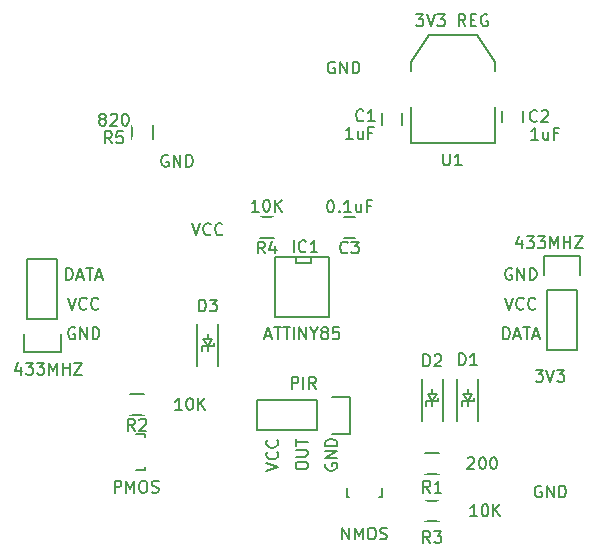
<source format=gto>
%TF.GenerationSoftware,KiCad,Pcbnew,4.0.1-stable*%
%TF.CreationDate,2016-03-28T18:18:17+01:00*%
%TF.ProjectId,rc_power_sockets,72635F706F7765725F736F636B657473,rev?*%
%TF.FileFunction,Legend,Top*%
%FSLAX46Y46*%
G04 Gerber Fmt 4.6, Leading zero omitted, Abs format (unit mm)*
G04 Created by KiCad (PCBNEW 4.0.1-stable) date 28/03/2016 18:18:17*
%MOMM*%
G01*
G04 APERTURE LIST*
%ADD10C,0.100000*%
%ADD11C,0.150000*%
%ADD12C,2.686000*%
%ADD13R,1.543000X0.908000*%
%ADD14R,4.057600X2.432000*%
%ADD15R,1.416000X2.432000*%
%ADD16C,6.800000*%
%ADD17R,1.200100X2.200860*%
%ADD18R,2.200860X1.200100*%
%ADD19R,2.127200X2.432000*%
%ADD20O,2.127200X2.432000*%
%ADD21R,2.432000X2.127200*%
%ADD22O,2.432000X2.127200*%
%ADD23R,1.650000X1.900000*%
%ADD24R,1.900000X1.650000*%
%ADD25R,1.900000X1.700000*%
%ADD26C,2.398980*%
%ADD27R,2.127200X2.127200*%
%ADD28O,2.127200X2.127200*%
%ADD29R,1.700000X1.900000*%
%ADD30R,1.620000X1.310000*%
%ADD31R,2.432000X2.432000*%
%ADD32O,2.432000X2.432000*%
%ADD33C,4.800000*%
G04 APERTURE END LIST*
D10*
D11*
X164761905Y-91052381D02*
X165380953Y-91052381D01*
X165047619Y-91433333D01*
X165190477Y-91433333D01*
X165285715Y-91480952D01*
X165333334Y-91528571D01*
X165380953Y-91623810D01*
X165380953Y-91861905D01*
X165333334Y-91957143D01*
X165285715Y-92004762D01*
X165190477Y-92052381D01*
X164904762Y-92052381D01*
X164809524Y-92004762D01*
X164761905Y-91957143D01*
X165666667Y-91052381D02*
X166000000Y-92052381D01*
X166333334Y-91052381D01*
X166571429Y-91052381D02*
X167190477Y-91052381D01*
X166857143Y-91433333D01*
X167000001Y-91433333D01*
X167095239Y-91480952D01*
X167142858Y-91528571D01*
X167190477Y-91623810D01*
X167190477Y-91861905D01*
X167142858Y-91957143D01*
X167095239Y-92004762D01*
X167000001Y-92052381D01*
X166714286Y-92052381D01*
X166619048Y-92004762D01*
X166571429Y-91957143D01*
X133638096Y-72900000D02*
X133542858Y-72852381D01*
X133400001Y-72852381D01*
X133257143Y-72900000D01*
X133161905Y-72995238D01*
X133114286Y-73090476D01*
X133066667Y-73280952D01*
X133066667Y-73423810D01*
X133114286Y-73614286D01*
X133161905Y-73709524D01*
X133257143Y-73804762D01*
X133400001Y-73852381D01*
X133495239Y-73852381D01*
X133638096Y-73804762D01*
X133685715Y-73757143D01*
X133685715Y-73423810D01*
X133495239Y-73423810D01*
X134114286Y-73852381D02*
X134114286Y-72852381D01*
X134685715Y-73852381D01*
X134685715Y-72852381D01*
X135161905Y-73852381D02*
X135161905Y-72852381D01*
X135400000Y-72852381D01*
X135542858Y-72900000D01*
X135638096Y-72995238D01*
X135685715Y-73090476D01*
X135733334Y-73280952D01*
X135733334Y-73423810D01*
X135685715Y-73614286D01*
X135638096Y-73709524D01*
X135542858Y-73804762D01*
X135400000Y-73852381D01*
X135161905Y-73852381D01*
X135666667Y-78652381D02*
X136000000Y-79652381D01*
X136333334Y-78652381D01*
X137238096Y-79557143D02*
X137190477Y-79604762D01*
X137047620Y-79652381D01*
X136952382Y-79652381D01*
X136809524Y-79604762D01*
X136714286Y-79509524D01*
X136666667Y-79414286D01*
X136619048Y-79223810D01*
X136619048Y-79080952D01*
X136666667Y-78890476D01*
X136714286Y-78795238D01*
X136809524Y-78700000D01*
X136952382Y-78652381D01*
X137047620Y-78652381D01*
X137190477Y-78700000D01*
X137238096Y-78747619D01*
X138238096Y-79557143D02*
X138190477Y-79604762D01*
X138047620Y-79652381D01*
X137952382Y-79652381D01*
X137809524Y-79604762D01*
X137714286Y-79509524D01*
X137666667Y-79414286D01*
X137619048Y-79223810D01*
X137619048Y-79080952D01*
X137666667Y-78890476D01*
X137714286Y-78795238D01*
X137809524Y-78700000D01*
X137952382Y-78652381D01*
X138047620Y-78652381D01*
X138190477Y-78700000D01*
X138238096Y-78747619D01*
X165238096Y-100900000D02*
X165142858Y-100852381D01*
X165000001Y-100852381D01*
X164857143Y-100900000D01*
X164761905Y-100995238D01*
X164714286Y-101090476D01*
X164666667Y-101280952D01*
X164666667Y-101423810D01*
X164714286Y-101614286D01*
X164761905Y-101709524D01*
X164857143Y-101804762D01*
X165000001Y-101852381D01*
X165095239Y-101852381D01*
X165238096Y-101804762D01*
X165285715Y-101757143D01*
X165285715Y-101423810D01*
X165095239Y-101423810D01*
X165714286Y-101852381D02*
X165714286Y-100852381D01*
X166285715Y-101852381D01*
X166285715Y-100852381D01*
X166761905Y-101852381D02*
X166761905Y-100852381D01*
X167000000Y-100852381D01*
X167142858Y-100900000D01*
X167238096Y-100995238D01*
X167285715Y-101090476D01*
X167333334Y-101280952D01*
X167333334Y-101423810D01*
X167285715Y-101614286D01*
X167238096Y-101709524D01*
X167142858Y-101804762D01*
X167000000Y-101852381D01*
X166761905Y-101852381D01*
X154628571Y-60952381D02*
X155247619Y-60952381D01*
X154914285Y-61333333D01*
X155057143Y-61333333D01*
X155152381Y-61380952D01*
X155200000Y-61428571D01*
X155247619Y-61523810D01*
X155247619Y-61761905D01*
X155200000Y-61857143D01*
X155152381Y-61904762D01*
X155057143Y-61952381D01*
X154771428Y-61952381D01*
X154676190Y-61904762D01*
X154628571Y-61857143D01*
X155533333Y-60952381D02*
X155866666Y-61952381D01*
X156200000Y-60952381D01*
X156438095Y-60952381D02*
X157057143Y-60952381D01*
X156723809Y-61333333D01*
X156866667Y-61333333D01*
X156961905Y-61380952D01*
X157009524Y-61428571D01*
X157057143Y-61523810D01*
X157057143Y-61761905D01*
X157009524Y-61857143D01*
X156961905Y-61904762D01*
X156866667Y-61952381D01*
X156580952Y-61952381D01*
X156485714Y-61904762D01*
X156438095Y-61857143D01*
X158819048Y-61952381D02*
X158485714Y-61476190D01*
X158247619Y-61952381D02*
X158247619Y-60952381D01*
X158628572Y-60952381D01*
X158723810Y-61000000D01*
X158771429Y-61047619D01*
X158819048Y-61142857D01*
X158819048Y-61285714D01*
X158771429Y-61380952D01*
X158723810Y-61428571D01*
X158628572Y-61476190D01*
X158247619Y-61476190D01*
X159247619Y-61428571D02*
X159580953Y-61428571D01*
X159723810Y-61952381D02*
X159247619Y-61952381D01*
X159247619Y-60952381D01*
X159723810Y-60952381D01*
X160676191Y-61000000D02*
X160580953Y-60952381D01*
X160438096Y-60952381D01*
X160295238Y-61000000D01*
X160200000Y-61095238D01*
X160152381Y-61190476D01*
X160104762Y-61380952D01*
X160104762Y-61523810D01*
X160152381Y-61714286D01*
X160200000Y-61809524D01*
X160295238Y-61904762D01*
X160438096Y-61952381D01*
X160533334Y-61952381D01*
X160676191Y-61904762D01*
X160723810Y-61857143D01*
X160723810Y-61523810D01*
X160533334Y-61523810D01*
X147738096Y-65000000D02*
X147642858Y-64952381D01*
X147500001Y-64952381D01*
X147357143Y-65000000D01*
X147261905Y-65095238D01*
X147214286Y-65190476D01*
X147166667Y-65380952D01*
X147166667Y-65523810D01*
X147214286Y-65714286D01*
X147261905Y-65809524D01*
X147357143Y-65904762D01*
X147500001Y-65952381D01*
X147595239Y-65952381D01*
X147738096Y-65904762D01*
X147785715Y-65857143D01*
X147785715Y-65523810D01*
X147595239Y-65523810D01*
X148214286Y-65952381D02*
X148214286Y-64952381D01*
X148785715Y-65952381D01*
X148785715Y-64952381D01*
X149261905Y-65952381D02*
X149261905Y-64952381D01*
X149500000Y-64952381D01*
X149642858Y-65000000D01*
X149738096Y-65095238D01*
X149785715Y-65190476D01*
X149833334Y-65380952D01*
X149833334Y-65523810D01*
X149785715Y-65714286D01*
X149738096Y-65809524D01*
X149642858Y-65904762D01*
X149500000Y-65952381D01*
X149261905Y-65952381D01*
X162738096Y-82500000D02*
X162642858Y-82452381D01*
X162500001Y-82452381D01*
X162357143Y-82500000D01*
X162261905Y-82595238D01*
X162214286Y-82690476D01*
X162166667Y-82880952D01*
X162166667Y-83023810D01*
X162214286Y-83214286D01*
X162261905Y-83309524D01*
X162357143Y-83404762D01*
X162500001Y-83452381D01*
X162595239Y-83452381D01*
X162738096Y-83404762D01*
X162785715Y-83357143D01*
X162785715Y-83023810D01*
X162595239Y-83023810D01*
X163214286Y-83452381D02*
X163214286Y-82452381D01*
X163785715Y-83452381D01*
X163785715Y-82452381D01*
X164261905Y-83452381D02*
X164261905Y-82452381D01*
X164500000Y-82452381D01*
X164642858Y-82500000D01*
X164738096Y-82595238D01*
X164785715Y-82690476D01*
X164833334Y-82880952D01*
X164833334Y-83023810D01*
X164785715Y-83214286D01*
X164738096Y-83309524D01*
X164642858Y-83404762D01*
X164500000Y-83452381D01*
X164261905Y-83452381D01*
X162166667Y-84952381D02*
X162500000Y-85952381D01*
X162833334Y-84952381D01*
X163738096Y-85857143D02*
X163690477Y-85904762D01*
X163547620Y-85952381D01*
X163452382Y-85952381D01*
X163309524Y-85904762D01*
X163214286Y-85809524D01*
X163166667Y-85714286D01*
X163119048Y-85523810D01*
X163119048Y-85380952D01*
X163166667Y-85190476D01*
X163214286Y-85095238D01*
X163309524Y-85000000D01*
X163452382Y-84952381D01*
X163547620Y-84952381D01*
X163690477Y-85000000D01*
X163738096Y-85047619D01*
X164738096Y-85857143D02*
X164690477Y-85904762D01*
X164547620Y-85952381D01*
X164452382Y-85952381D01*
X164309524Y-85904762D01*
X164214286Y-85809524D01*
X164166667Y-85714286D01*
X164119048Y-85523810D01*
X164119048Y-85380952D01*
X164166667Y-85190476D01*
X164214286Y-85095238D01*
X164309524Y-85000000D01*
X164452382Y-84952381D01*
X164547620Y-84952381D01*
X164690477Y-85000000D01*
X164738096Y-85047619D01*
X162000000Y-88452381D02*
X162000000Y-87452381D01*
X162238095Y-87452381D01*
X162380953Y-87500000D01*
X162476191Y-87595238D01*
X162523810Y-87690476D01*
X162571429Y-87880952D01*
X162571429Y-88023810D01*
X162523810Y-88214286D01*
X162476191Y-88309524D01*
X162380953Y-88404762D01*
X162238095Y-88452381D01*
X162000000Y-88452381D01*
X162952381Y-88166667D02*
X163428572Y-88166667D01*
X162857143Y-88452381D02*
X163190476Y-87452381D01*
X163523810Y-88452381D01*
X163714286Y-87452381D02*
X164285715Y-87452381D01*
X164000000Y-88452381D02*
X164000000Y-87452381D01*
X164571429Y-88166667D02*
X165047620Y-88166667D01*
X164476191Y-88452381D02*
X164809524Y-87452381D01*
X165142858Y-88452381D01*
X125000000Y-83452381D02*
X125000000Y-82452381D01*
X125238095Y-82452381D01*
X125380953Y-82500000D01*
X125476191Y-82595238D01*
X125523810Y-82690476D01*
X125571429Y-82880952D01*
X125571429Y-83023810D01*
X125523810Y-83214286D01*
X125476191Y-83309524D01*
X125380953Y-83404762D01*
X125238095Y-83452381D01*
X125000000Y-83452381D01*
X125952381Y-83166667D02*
X126428572Y-83166667D01*
X125857143Y-83452381D02*
X126190476Y-82452381D01*
X126523810Y-83452381D01*
X126714286Y-82452381D02*
X127285715Y-82452381D01*
X127000000Y-83452381D02*
X127000000Y-82452381D01*
X127571429Y-83166667D02*
X128047620Y-83166667D01*
X127476191Y-83452381D02*
X127809524Y-82452381D01*
X128142858Y-83452381D01*
X125738096Y-87500000D02*
X125642858Y-87452381D01*
X125500001Y-87452381D01*
X125357143Y-87500000D01*
X125261905Y-87595238D01*
X125214286Y-87690476D01*
X125166667Y-87880952D01*
X125166667Y-88023810D01*
X125214286Y-88214286D01*
X125261905Y-88309524D01*
X125357143Y-88404762D01*
X125500001Y-88452381D01*
X125595239Y-88452381D01*
X125738096Y-88404762D01*
X125785715Y-88357143D01*
X125785715Y-88023810D01*
X125595239Y-88023810D01*
X126214286Y-88452381D02*
X126214286Y-87452381D01*
X126785715Y-88452381D01*
X126785715Y-87452381D01*
X127261905Y-88452381D02*
X127261905Y-87452381D01*
X127500000Y-87452381D01*
X127642858Y-87500000D01*
X127738096Y-87595238D01*
X127785715Y-87690476D01*
X127833334Y-87880952D01*
X127833334Y-88023810D01*
X127785715Y-88214286D01*
X127738096Y-88309524D01*
X127642858Y-88404762D01*
X127500000Y-88452381D01*
X127261905Y-88452381D01*
X125166667Y-84952381D02*
X125500000Y-85952381D01*
X125833334Y-84952381D01*
X126738096Y-85857143D02*
X126690477Y-85904762D01*
X126547620Y-85952381D01*
X126452382Y-85952381D01*
X126309524Y-85904762D01*
X126214286Y-85809524D01*
X126166667Y-85714286D01*
X126119048Y-85523810D01*
X126119048Y-85380952D01*
X126166667Y-85190476D01*
X126214286Y-85095238D01*
X126309524Y-85000000D01*
X126452382Y-84952381D01*
X126547620Y-84952381D01*
X126690477Y-85000000D01*
X126738096Y-85047619D01*
X127738096Y-85857143D02*
X127690477Y-85904762D01*
X127547620Y-85952381D01*
X127452382Y-85952381D01*
X127309524Y-85904762D01*
X127214286Y-85809524D01*
X127166667Y-85714286D01*
X127119048Y-85523810D01*
X127119048Y-85380952D01*
X127166667Y-85190476D01*
X127214286Y-85095238D01*
X127309524Y-85000000D01*
X127452382Y-84952381D01*
X127547620Y-84952381D01*
X127690477Y-85000000D01*
X127738096Y-85047619D01*
X141952381Y-99583333D02*
X142952381Y-99250000D01*
X141952381Y-98916666D01*
X142857143Y-98011904D02*
X142904762Y-98059523D01*
X142952381Y-98202380D01*
X142952381Y-98297618D01*
X142904762Y-98440476D01*
X142809524Y-98535714D01*
X142714286Y-98583333D01*
X142523810Y-98630952D01*
X142380952Y-98630952D01*
X142190476Y-98583333D01*
X142095238Y-98535714D01*
X142000000Y-98440476D01*
X141952381Y-98297618D01*
X141952381Y-98202380D01*
X142000000Y-98059523D01*
X142047619Y-98011904D01*
X142857143Y-97011904D02*
X142904762Y-97059523D01*
X142952381Y-97202380D01*
X142952381Y-97297618D01*
X142904762Y-97440476D01*
X142809524Y-97535714D01*
X142714286Y-97583333D01*
X142523810Y-97630952D01*
X142380952Y-97630952D01*
X142190476Y-97583333D01*
X142095238Y-97535714D01*
X142000000Y-97440476D01*
X141952381Y-97297618D01*
X141952381Y-97202380D01*
X142000000Y-97059523D01*
X142047619Y-97011904D01*
X144452381Y-99250000D02*
X144452381Y-99059523D01*
X144500000Y-98964285D01*
X144595238Y-98869047D01*
X144785714Y-98821428D01*
X145119048Y-98821428D01*
X145309524Y-98869047D01*
X145404762Y-98964285D01*
X145452381Y-99059523D01*
X145452381Y-99250000D01*
X145404762Y-99345238D01*
X145309524Y-99440476D01*
X145119048Y-99488095D01*
X144785714Y-99488095D01*
X144595238Y-99440476D01*
X144500000Y-99345238D01*
X144452381Y-99250000D01*
X144452381Y-98392857D02*
X145261905Y-98392857D01*
X145357143Y-98345238D01*
X145404762Y-98297619D01*
X145452381Y-98202381D01*
X145452381Y-98011904D01*
X145404762Y-97916666D01*
X145357143Y-97869047D01*
X145261905Y-97821428D01*
X144452381Y-97821428D01*
X144452381Y-97488095D02*
X144452381Y-96916666D01*
X145452381Y-97202381D02*
X144452381Y-97202381D01*
X147000000Y-99011904D02*
X146952381Y-99107142D01*
X146952381Y-99249999D01*
X147000000Y-99392857D01*
X147095238Y-99488095D01*
X147190476Y-99535714D01*
X147380952Y-99583333D01*
X147523810Y-99583333D01*
X147714286Y-99535714D01*
X147809524Y-99488095D01*
X147904762Y-99392857D01*
X147952381Y-99249999D01*
X147952381Y-99154761D01*
X147904762Y-99011904D01*
X147857143Y-98964285D01*
X147523810Y-98964285D01*
X147523810Y-99154761D01*
X147952381Y-98535714D02*
X146952381Y-98535714D01*
X147952381Y-97964285D01*
X146952381Y-97964285D01*
X147952381Y-97488095D02*
X146952381Y-97488095D01*
X146952381Y-97250000D01*
X147000000Y-97107142D01*
X147095238Y-97011904D01*
X147190476Y-96964285D01*
X147380952Y-96916666D01*
X147523810Y-96916666D01*
X147714286Y-96964285D01*
X147809524Y-97011904D01*
X147904762Y-97107142D01*
X147952381Y-97250000D01*
X147952381Y-97488095D01*
X147286000Y-81460000D02*
X147286000Y-86540000D01*
X147286000Y-86540000D02*
X142714000Y-86540000D01*
X142714000Y-86540000D02*
X142714000Y-81460000D01*
X142714000Y-81460000D02*
X147286000Y-81460000D01*
X145762000Y-81460000D02*
X145762000Y-81968000D01*
X145762000Y-81968000D02*
X144492000Y-81968000D01*
X144492000Y-81968000D02*
X144492000Y-81460000D01*
X154194000Y-68774000D02*
X154194000Y-71822000D01*
X154194000Y-71822000D02*
X161306000Y-71822000D01*
X161306000Y-71822000D02*
X161306000Y-68774000D01*
X154194000Y-65726000D02*
X154194000Y-64964000D01*
X154194000Y-64964000D02*
X155718000Y-62678000D01*
X155718000Y-62678000D02*
X159782000Y-62678000D01*
X159782000Y-62678000D02*
X161306000Y-64964000D01*
X161306000Y-64964000D02*
X161306000Y-65726000D01*
X151751820Y-101095200D02*
X151751820Y-101796240D01*
X151751820Y-101796240D02*
X151502900Y-101796240D01*
X148952840Y-101796240D02*
X148752180Y-101796240D01*
X148752180Y-101796240D02*
X148752180Y-101095200D01*
X130949200Y-96500180D02*
X131650240Y-96500180D01*
X131650240Y-96500180D02*
X131650240Y-96749100D01*
X131650240Y-99299160D02*
X131650240Y-99499820D01*
X131650240Y-99499820D02*
X130949200Y-99499820D01*
X147500000Y-96450000D02*
X149050000Y-96450000D01*
X149050000Y-96450000D02*
X149050000Y-93350000D01*
X149050000Y-93350000D02*
X147500000Y-93350000D01*
X146230000Y-96170000D02*
X141150000Y-96170000D01*
X141150000Y-96170000D02*
X141150000Y-93630000D01*
X141150000Y-93630000D02*
X146230000Y-93630000D01*
X146230000Y-93630000D02*
X146230000Y-96170000D01*
X121450000Y-88000000D02*
X121450000Y-89550000D01*
X121450000Y-89550000D02*
X124550000Y-89550000D01*
X124550000Y-89550000D02*
X124550000Y-88000000D01*
X121730000Y-86730000D02*
X121730000Y-81650000D01*
X121730000Y-81650000D02*
X124270000Y-81650000D01*
X124270000Y-81650000D02*
X124270000Y-86730000D01*
X124270000Y-86730000D02*
X121730000Y-86730000D01*
X151750000Y-69300000D02*
X151750000Y-70300000D01*
X153450000Y-70300000D02*
X153450000Y-69300000D01*
X161950000Y-69100000D02*
X161950000Y-70100000D01*
X163650000Y-70100000D02*
X163650000Y-69100000D01*
X149500000Y-78150000D02*
X148500000Y-78150000D01*
X148500000Y-79850000D02*
X149500000Y-79850000D01*
X156600000Y-99875000D02*
X155400000Y-99875000D01*
X155400000Y-98125000D02*
X156600000Y-98125000D01*
X130400000Y-93125000D02*
X131600000Y-93125000D01*
X131600000Y-94875000D02*
X130400000Y-94875000D01*
X156600000Y-103875000D02*
X155400000Y-103875000D01*
X155400000Y-102125000D02*
X156600000Y-102125000D01*
X142600000Y-79875000D02*
X141400000Y-79875000D01*
X141400000Y-78125000D02*
X142600000Y-78125000D01*
X168550000Y-83000000D02*
X168550000Y-81450000D01*
X168550000Y-81450000D02*
X165450000Y-81450000D01*
X165450000Y-81450000D02*
X165450000Y-83000000D01*
X168270000Y-84270000D02*
X168270000Y-89350000D01*
X168270000Y-89350000D02*
X165730000Y-89350000D01*
X165730000Y-89350000D02*
X165730000Y-84270000D01*
X165730000Y-84270000D02*
X168270000Y-84270000D01*
X130581000Y-71520000D02*
X130581000Y-70320000D01*
X132331000Y-70320000D02*
X132331000Y-71520000D01*
X158500000Y-93700000D02*
X158500000Y-94100000D01*
X159500000Y-93700000D02*
X159500000Y-93400000D01*
X159000000Y-93082500D02*
X159000000Y-92701500D01*
X159000000Y-94098500D02*
X159000000Y-93717500D01*
X159000000Y-93717500D02*
X158619000Y-93082500D01*
X158619000Y-93082500D02*
X159381000Y-93082500D01*
X159381000Y-93082500D02*
X159000000Y-93717500D01*
X158492000Y-93717500D02*
X159508000Y-93717500D01*
X159900000Y-95400000D02*
X159900000Y-91860000D01*
X158100000Y-95400000D02*
X158100000Y-91860000D01*
X155500000Y-93700000D02*
X155500000Y-94100000D01*
X156500000Y-93700000D02*
X156500000Y-93400000D01*
X156000000Y-93082500D02*
X156000000Y-92701500D01*
X156000000Y-94098500D02*
X156000000Y-93717500D01*
X156000000Y-93717500D02*
X155619000Y-93082500D01*
X155619000Y-93082500D02*
X156381000Y-93082500D01*
X156381000Y-93082500D02*
X156000000Y-93717500D01*
X155492000Y-93717500D02*
X156508000Y-93717500D01*
X156900000Y-95400000D02*
X156900000Y-91860000D01*
X155100000Y-95400000D02*
X155100000Y-91860000D01*
X136500000Y-89050000D02*
X136500000Y-89450000D01*
X137500000Y-89050000D02*
X137500000Y-88750000D01*
X137000000Y-88432500D02*
X137000000Y-88051500D01*
X137000000Y-89448500D02*
X137000000Y-89067500D01*
X137000000Y-89067500D02*
X136619000Y-88432500D01*
X136619000Y-88432500D02*
X137381000Y-88432500D01*
X137381000Y-88432500D02*
X137000000Y-89067500D01*
X136492000Y-89067500D02*
X137508000Y-89067500D01*
X137900000Y-90750000D02*
X137900000Y-87210000D01*
X136100000Y-90750000D02*
X136100000Y-87210000D01*
X144273810Y-81102381D02*
X144273810Y-80102381D01*
X145321429Y-81007143D02*
X145273810Y-81054762D01*
X145130953Y-81102381D01*
X145035715Y-81102381D01*
X144892857Y-81054762D01*
X144797619Y-80959524D01*
X144750000Y-80864286D01*
X144702381Y-80673810D01*
X144702381Y-80530952D01*
X144750000Y-80340476D01*
X144797619Y-80245238D01*
X144892857Y-80150000D01*
X145035715Y-80102381D01*
X145130953Y-80102381D01*
X145273810Y-80150000D01*
X145321429Y-80197619D01*
X146273810Y-81102381D02*
X145702381Y-81102381D01*
X145988095Y-81102381D02*
X145988095Y-80102381D01*
X145892857Y-80245238D01*
X145797619Y-80340476D01*
X145702381Y-80388095D01*
X141857143Y-88166667D02*
X142333334Y-88166667D01*
X141761905Y-88452381D02*
X142095238Y-87452381D01*
X142428572Y-88452381D01*
X142619048Y-87452381D02*
X143190477Y-87452381D01*
X142904762Y-88452381D02*
X142904762Y-87452381D01*
X143380953Y-87452381D02*
X143952382Y-87452381D01*
X143666667Y-88452381D02*
X143666667Y-87452381D01*
X144285715Y-88452381D02*
X144285715Y-87452381D01*
X144761905Y-88452381D02*
X144761905Y-87452381D01*
X145333334Y-88452381D01*
X145333334Y-87452381D01*
X146000000Y-87976190D02*
X146000000Y-88452381D01*
X145666667Y-87452381D02*
X146000000Y-87976190D01*
X146333334Y-87452381D01*
X146809524Y-87880952D02*
X146714286Y-87833333D01*
X146666667Y-87785714D01*
X146619048Y-87690476D01*
X146619048Y-87642857D01*
X146666667Y-87547619D01*
X146714286Y-87500000D01*
X146809524Y-87452381D01*
X147000001Y-87452381D01*
X147095239Y-87500000D01*
X147142858Y-87547619D01*
X147190477Y-87642857D01*
X147190477Y-87690476D01*
X147142858Y-87785714D01*
X147095239Y-87833333D01*
X147000001Y-87880952D01*
X146809524Y-87880952D01*
X146714286Y-87928571D01*
X146666667Y-87976190D01*
X146619048Y-88071429D01*
X146619048Y-88261905D01*
X146666667Y-88357143D01*
X146714286Y-88404762D01*
X146809524Y-88452381D01*
X147000001Y-88452381D01*
X147095239Y-88404762D01*
X147142858Y-88357143D01*
X147190477Y-88261905D01*
X147190477Y-88071429D01*
X147142858Y-87976190D01*
X147095239Y-87928571D01*
X147000001Y-87880952D01*
X148095239Y-87452381D02*
X147619048Y-87452381D01*
X147571429Y-87928571D01*
X147619048Y-87880952D01*
X147714286Y-87833333D01*
X147952382Y-87833333D01*
X148047620Y-87880952D01*
X148095239Y-87928571D01*
X148142858Y-88023810D01*
X148142858Y-88261905D01*
X148095239Y-88357143D01*
X148047620Y-88404762D01*
X147952382Y-88452381D01*
X147714286Y-88452381D01*
X147619048Y-88404762D01*
X147571429Y-88357143D01*
X156938095Y-72752381D02*
X156938095Y-73561905D01*
X156985714Y-73657143D01*
X157033333Y-73704762D01*
X157128571Y-73752381D01*
X157319048Y-73752381D01*
X157414286Y-73704762D01*
X157461905Y-73657143D01*
X157509524Y-73561905D01*
X157509524Y-72752381D01*
X158509524Y-73752381D02*
X157938095Y-73752381D01*
X158223809Y-73752381D02*
X158223809Y-72752381D01*
X158128571Y-72895238D01*
X158033333Y-72990476D01*
X157938095Y-73038095D01*
X148394857Y-105408381D02*
X148394857Y-104408381D01*
X148966286Y-105408381D01*
X148966286Y-104408381D01*
X149442476Y-105408381D02*
X149442476Y-104408381D01*
X149775810Y-105122667D01*
X150109143Y-104408381D01*
X150109143Y-105408381D01*
X150775809Y-104408381D02*
X150966286Y-104408381D01*
X151061524Y-104456000D01*
X151156762Y-104551238D01*
X151204381Y-104741714D01*
X151204381Y-105075048D01*
X151156762Y-105265524D01*
X151061524Y-105360762D01*
X150966286Y-105408381D01*
X150775809Y-105408381D01*
X150680571Y-105360762D01*
X150585333Y-105265524D01*
X150537714Y-105075048D01*
X150537714Y-104741714D01*
X150585333Y-104551238D01*
X150680571Y-104456000D01*
X150775809Y-104408381D01*
X151585333Y-105360762D02*
X151728190Y-105408381D01*
X151966286Y-105408381D01*
X152061524Y-105360762D01*
X152109143Y-105313143D01*
X152156762Y-105217905D01*
X152156762Y-105122667D01*
X152109143Y-105027429D01*
X152061524Y-104979810D01*
X151966286Y-104932190D01*
X151775809Y-104884571D01*
X151680571Y-104836952D01*
X151632952Y-104789333D01*
X151585333Y-104694095D01*
X151585333Y-104598857D01*
X151632952Y-104503619D01*
X151680571Y-104456000D01*
X151775809Y-104408381D01*
X152013905Y-104408381D01*
X152156762Y-104456000D01*
X129116667Y-101452381D02*
X129116667Y-100452381D01*
X129497620Y-100452381D01*
X129592858Y-100500000D01*
X129640477Y-100547619D01*
X129688096Y-100642857D01*
X129688096Y-100785714D01*
X129640477Y-100880952D01*
X129592858Y-100928571D01*
X129497620Y-100976190D01*
X129116667Y-100976190D01*
X130116667Y-101452381D02*
X130116667Y-100452381D01*
X130450001Y-101166667D01*
X130783334Y-100452381D01*
X130783334Y-101452381D01*
X131450000Y-100452381D02*
X131640477Y-100452381D01*
X131735715Y-100500000D01*
X131830953Y-100595238D01*
X131878572Y-100785714D01*
X131878572Y-101119048D01*
X131830953Y-101309524D01*
X131735715Y-101404762D01*
X131640477Y-101452381D01*
X131450000Y-101452381D01*
X131354762Y-101404762D01*
X131259524Y-101309524D01*
X131211905Y-101119048D01*
X131211905Y-100785714D01*
X131259524Y-100595238D01*
X131354762Y-100500000D01*
X131450000Y-100452381D01*
X132259524Y-101404762D02*
X132402381Y-101452381D01*
X132640477Y-101452381D01*
X132735715Y-101404762D01*
X132783334Y-101357143D01*
X132830953Y-101261905D01*
X132830953Y-101166667D01*
X132783334Y-101071429D01*
X132735715Y-101023810D01*
X132640477Y-100976190D01*
X132450000Y-100928571D01*
X132354762Y-100880952D01*
X132307143Y-100833333D01*
X132259524Y-100738095D01*
X132259524Y-100642857D01*
X132307143Y-100547619D01*
X132354762Y-100500000D01*
X132450000Y-100452381D01*
X132688096Y-100452381D01*
X132830953Y-100500000D01*
X144100000Y-92652381D02*
X144100000Y-91652381D01*
X144480953Y-91652381D01*
X144576191Y-91700000D01*
X144623810Y-91747619D01*
X144671429Y-91842857D01*
X144671429Y-91985714D01*
X144623810Y-92080952D01*
X144576191Y-92128571D01*
X144480953Y-92176190D01*
X144100000Y-92176190D01*
X145100000Y-92652381D02*
X145100000Y-91652381D01*
X146147619Y-92652381D02*
X145814285Y-92176190D01*
X145576190Y-92652381D02*
X145576190Y-91652381D01*
X145957143Y-91652381D01*
X146052381Y-91700000D01*
X146100000Y-91747619D01*
X146147619Y-91842857D01*
X146147619Y-91985714D01*
X146100000Y-92080952D01*
X146052381Y-92128571D01*
X145957143Y-92176190D01*
X145576190Y-92176190D01*
X121166667Y-90785714D02*
X121166667Y-91452381D01*
X120928571Y-90404762D02*
X120690476Y-91119048D01*
X121309524Y-91119048D01*
X121595238Y-90452381D02*
X122214286Y-90452381D01*
X121880952Y-90833333D01*
X122023810Y-90833333D01*
X122119048Y-90880952D01*
X122166667Y-90928571D01*
X122214286Y-91023810D01*
X122214286Y-91261905D01*
X122166667Y-91357143D01*
X122119048Y-91404762D01*
X122023810Y-91452381D01*
X121738095Y-91452381D01*
X121642857Y-91404762D01*
X121595238Y-91357143D01*
X122547619Y-90452381D02*
X123166667Y-90452381D01*
X122833333Y-90833333D01*
X122976191Y-90833333D01*
X123071429Y-90880952D01*
X123119048Y-90928571D01*
X123166667Y-91023810D01*
X123166667Y-91261905D01*
X123119048Y-91357143D01*
X123071429Y-91404762D01*
X122976191Y-91452381D01*
X122690476Y-91452381D01*
X122595238Y-91404762D01*
X122547619Y-91357143D01*
X123595238Y-91452381D02*
X123595238Y-90452381D01*
X123928572Y-91166667D01*
X124261905Y-90452381D01*
X124261905Y-91452381D01*
X124738095Y-91452381D02*
X124738095Y-90452381D01*
X124738095Y-90928571D02*
X125309524Y-90928571D01*
X125309524Y-91452381D02*
X125309524Y-90452381D01*
X125690476Y-90452381D02*
X126357143Y-90452381D01*
X125690476Y-91452381D01*
X126357143Y-91452381D01*
X150183334Y-69907143D02*
X150135715Y-69954762D01*
X149992858Y-70002381D01*
X149897620Y-70002381D01*
X149754762Y-69954762D01*
X149659524Y-69859524D01*
X149611905Y-69764286D01*
X149564286Y-69573810D01*
X149564286Y-69430952D01*
X149611905Y-69240476D01*
X149659524Y-69145238D01*
X149754762Y-69050000D01*
X149897620Y-69002381D01*
X149992858Y-69002381D01*
X150135715Y-69050000D01*
X150183334Y-69097619D01*
X151135715Y-70002381D02*
X150564286Y-70002381D01*
X150850000Y-70002381D02*
X150850000Y-69002381D01*
X150754762Y-69145238D01*
X150659524Y-69240476D01*
X150564286Y-69288095D01*
X149254762Y-71502381D02*
X148683333Y-71502381D01*
X148969047Y-71502381D02*
X148969047Y-70502381D01*
X148873809Y-70645238D01*
X148778571Y-70740476D01*
X148683333Y-70788095D01*
X150111905Y-70835714D02*
X150111905Y-71502381D01*
X149683333Y-70835714D02*
X149683333Y-71359524D01*
X149730952Y-71454762D01*
X149826190Y-71502381D01*
X149969048Y-71502381D01*
X150064286Y-71454762D01*
X150111905Y-71407143D01*
X150921429Y-70978571D02*
X150588095Y-70978571D01*
X150588095Y-71502381D02*
X150588095Y-70502381D01*
X151064286Y-70502381D01*
X164883334Y-69957143D02*
X164835715Y-70004762D01*
X164692858Y-70052381D01*
X164597620Y-70052381D01*
X164454762Y-70004762D01*
X164359524Y-69909524D01*
X164311905Y-69814286D01*
X164264286Y-69623810D01*
X164264286Y-69480952D01*
X164311905Y-69290476D01*
X164359524Y-69195238D01*
X164454762Y-69100000D01*
X164597620Y-69052381D01*
X164692858Y-69052381D01*
X164835715Y-69100000D01*
X164883334Y-69147619D01*
X165264286Y-69147619D02*
X165311905Y-69100000D01*
X165407143Y-69052381D01*
X165645239Y-69052381D01*
X165740477Y-69100000D01*
X165788096Y-69147619D01*
X165835715Y-69242857D01*
X165835715Y-69338095D01*
X165788096Y-69480952D01*
X165216667Y-70052381D01*
X165835715Y-70052381D01*
X164954762Y-71552381D02*
X164383333Y-71552381D01*
X164669047Y-71552381D02*
X164669047Y-70552381D01*
X164573809Y-70695238D01*
X164478571Y-70790476D01*
X164383333Y-70838095D01*
X165811905Y-70885714D02*
X165811905Y-71552381D01*
X165383333Y-70885714D02*
X165383333Y-71409524D01*
X165430952Y-71504762D01*
X165526190Y-71552381D01*
X165669048Y-71552381D01*
X165764286Y-71504762D01*
X165811905Y-71457143D01*
X166621429Y-71028571D02*
X166288095Y-71028571D01*
X166288095Y-71552381D02*
X166288095Y-70552381D01*
X166764286Y-70552381D01*
X148833334Y-81107143D02*
X148785715Y-81154762D01*
X148642858Y-81202381D01*
X148547620Y-81202381D01*
X148404762Y-81154762D01*
X148309524Y-81059524D01*
X148261905Y-80964286D01*
X148214286Y-80773810D01*
X148214286Y-80630952D01*
X148261905Y-80440476D01*
X148309524Y-80345238D01*
X148404762Y-80250000D01*
X148547620Y-80202381D01*
X148642858Y-80202381D01*
X148785715Y-80250000D01*
X148833334Y-80297619D01*
X149166667Y-80202381D02*
X149785715Y-80202381D01*
X149452381Y-80583333D01*
X149595239Y-80583333D01*
X149690477Y-80630952D01*
X149738096Y-80678571D01*
X149785715Y-80773810D01*
X149785715Y-81011905D01*
X149738096Y-81107143D01*
X149690477Y-81154762D01*
X149595239Y-81202381D01*
X149309524Y-81202381D01*
X149214286Y-81154762D01*
X149166667Y-81107143D01*
X147357143Y-76702381D02*
X147452382Y-76702381D01*
X147547620Y-76750000D01*
X147595239Y-76797619D01*
X147642858Y-76892857D01*
X147690477Y-77083333D01*
X147690477Y-77321429D01*
X147642858Y-77511905D01*
X147595239Y-77607143D01*
X147547620Y-77654762D01*
X147452382Y-77702381D01*
X147357143Y-77702381D01*
X147261905Y-77654762D01*
X147214286Y-77607143D01*
X147166667Y-77511905D01*
X147119048Y-77321429D01*
X147119048Y-77083333D01*
X147166667Y-76892857D01*
X147214286Y-76797619D01*
X147261905Y-76750000D01*
X147357143Y-76702381D01*
X148119048Y-77607143D02*
X148166667Y-77654762D01*
X148119048Y-77702381D01*
X148071429Y-77654762D01*
X148119048Y-77607143D01*
X148119048Y-77702381D01*
X149119048Y-77702381D02*
X148547619Y-77702381D01*
X148833333Y-77702381D02*
X148833333Y-76702381D01*
X148738095Y-76845238D01*
X148642857Y-76940476D01*
X148547619Y-76988095D01*
X149976191Y-77035714D02*
X149976191Y-77702381D01*
X149547619Y-77035714D02*
X149547619Y-77559524D01*
X149595238Y-77654762D01*
X149690476Y-77702381D01*
X149833334Y-77702381D01*
X149928572Y-77654762D01*
X149976191Y-77607143D01*
X150785715Y-77178571D02*
X150452381Y-77178571D01*
X150452381Y-77702381D02*
X150452381Y-76702381D01*
X150928572Y-76702381D01*
X155833334Y-101452381D02*
X155500000Y-100976190D01*
X155261905Y-101452381D02*
X155261905Y-100452381D01*
X155642858Y-100452381D01*
X155738096Y-100500000D01*
X155785715Y-100547619D01*
X155833334Y-100642857D01*
X155833334Y-100785714D01*
X155785715Y-100880952D01*
X155738096Y-100928571D01*
X155642858Y-100976190D01*
X155261905Y-100976190D01*
X156785715Y-101452381D02*
X156214286Y-101452381D01*
X156500000Y-101452381D02*
X156500000Y-100452381D01*
X156404762Y-100595238D01*
X156309524Y-100690476D01*
X156214286Y-100738095D01*
X159011905Y-98547619D02*
X159059524Y-98500000D01*
X159154762Y-98452381D01*
X159392858Y-98452381D01*
X159488096Y-98500000D01*
X159535715Y-98547619D01*
X159583334Y-98642857D01*
X159583334Y-98738095D01*
X159535715Y-98880952D01*
X158964286Y-99452381D01*
X159583334Y-99452381D01*
X160202381Y-98452381D02*
X160297620Y-98452381D01*
X160392858Y-98500000D01*
X160440477Y-98547619D01*
X160488096Y-98642857D01*
X160535715Y-98833333D01*
X160535715Y-99071429D01*
X160488096Y-99261905D01*
X160440477Y-99357143D01*
X160392858Y-99404762D01*
X160297620Y-99452381D01*
X160202381Y-99452381D01*
X160107143Y-99404762D01*
X160059524Y-99357143D01*
X160011905Y-99261905D01*
X159964286Y-99071429D01*
X159964286Y-98833333D01*
X160011905Y-98642857D01*
X160059524Y-98547619D01*
X160107143Y-98500000D01*
X160202381Y-98452381D01*
X161154762Y-98452381D02*
X161250001Y-98452381D01*
X161345239Y-98500000D01*
X161392858Y-98547619D01*
X161440477Y-98642857D01*
X161488096Y-98833333D01*
X161488096Y-99071429D01*
X161440477Y-99261905D01*
X161392858Y-99357143D01*
X161345239Y-99404762D01*
X161250001Y-99452381D01*
X161154762Y-99452381D01*
X161059524Y-99404762D01*
X161011905Y-99357143D01*
X160964286Y-99261905D01*
X160916667Y-99071429D01*
X160916667Y-98833333D01*
X160964286Y-98642857D01*
X161011905Y-98547619D01*
X161059524Y-98500000D01*
X161154762Y-98452381D01*
X130833334Y-96202381D02*
X130500000Y-95726190D01*
X130261905Y-96202381D02*
X130261905Y-95202381D01*
X130642858Y-95202381D01*
X130738096Y-95250000D01*
X130785715Y-95297619D01*
X130833334Y-95392857D01*
X130833334Y-95535714D01*
X130785715Y-95630952D01*
X130738096Y-95678571D01*
X130642858Y-95726190D01*
X130261905Y-95726190D01*
X131214286Y-95297619D02*
X131261905Y-95250000D01*
X131357143Y-95202381D01*
X131595239Y-95202381D01*
X131690477Y-95250000D01*
X131738096Y-95297619D01*
X131785715Y-95392857D01*
X131785715Y-95488095D01*
X131738096Y-95630952D01*
X131166667Y-96202381D01*
X131785715Y-96202381D01*
X134809524Y-94452381D02*
X134238095Y-94452381D01*
X134523809Y-94452381D02*
X134523809Y-93452381D01*
X134428571Y-93595238D01*
X134333333Y-93690476D01*
X134238095Y-93738095D01*
X135428571Y-93452381D02*
X135523810Y-93452381D01*
X135619048Y-93500000D01*
X135666667Y-93547619D01*
X135714286Y-93642857D01*
X135761905Y-93833333D01*
X135761905Y-94071429D01*
X135714286Y-94261905D01*
X135666667Y-94357143D01*
X135619048Y-94404762D01*
X135523810Y-94452381D01*
X135428571Y-94452381D01*
X135333333Y-94404762D01*
X135285714Y-94357143D01*
X135238095Y-94261905D01*
X135190476Y-94071429D01*
X135190476Y-93833333D01*
X135238095Y-93642857D01*
X135285714Y-93547619D01*
X135333333Y-93500000D01*
X135428571Y-93452381D01*
X136190476Y-94452381D02*
X136190476Y-93452381D01*
X136761905Y-94452381D02*
X136333333Y-93880952D01*
X136761905Y-93452381D02*
X136190476Y-94023810D01*
X155833334Y-105702381D02*
X155500000Y-105226190D01*
X155261905Y-105702381D02*
X155261905Y-104702381D01*
X155642858Y-104702381D01*
X155738096Y-104750000D01*
X155785715Y-104797619D01*
X155833334Y-104892857D01*
X155833334Y-105035714D01*
X155785715Y-105130952D01*
X155738096Y-105178571D01*
X155642858Y-105226190D01*
X155261905Y-105226190D01*
X156166667Y-104702381D02*
X156785715Y-104702381D01*
X156452381Y-105083333D01*
X156595239Y-105083333D01*
X156690477Y-105130952D01*
X156738096Y-105178571D01*
X156785715Y-105273810D01*
X156785715Y-105511905D01*
X156738096Y-105607143D01*
X156690477Y-105654762D01*
X156595239Y-105702381D01*
X156309524Y-105702381D01*
X156214286Y-105654762D01*
X156166667Y-105607143D01*
X159809524Y-103452381D02*
X159238095Y-103452381D01*
X159523809Y-103452381D02*
X159523809Y-102452381D01*
X159428571Y-102595238D01*
X159333333Y-102690476D01*
X159238095Y-102738095D01*
X160428571Y-102452381D02*
X160523810Y-102452381D01*
X160619048Y-102500000D01*
X160666667Y-102547619D01*
X160714286Y-102642857D01*
X160761905Y-102833333D01*
X160761905Y-103071429D01*
X160714286Y-103261905D01*
X160666667Y-103357143D01*
X160619048Y-103404762D01*
X160523810Y-103452381D01*
X160428571Y-103452381D01*
X160333333Y-103404762D01*
X160285714Y-103357143D01*
X160238095Y-103261905D01*
X160190476Y-103071429D01*
X160190476Y-102833333D01*
X160238095Y-102642857D01*
X160285714Y-102547619D01*
X160333333Y-102500000D01*
X160428571Y-102452381D01*
X161190476Y-103452381D02*
X161190476Y-102452381D01*
X161761905Y-103452381D02*
X161333333Y-102880952D01*
X161761905Y-102452381D02*
X161190476Y-103023810D01*
X141833334Y-81202381D02*
X141500000Y-80726190D01*
X141261905Y-81202381D02*
X141261905Y-80202381D01*
X141642858Y-80202381D01*
X141738096Y-80250000D01*
X141785715Y-80297619D01*
X141833334Y-80392857D01*
X141833334Y-80535714D01*
X141785715Y-80630952D01*
X141738096Y-80678571D01*
X141642858Y-80726190D01*
X141261905Y-80726190D01*
X142690477Y-80535714D02*
X142690477Y-81202381D01*
X142452381Y-80154762D02*
X142214286Y-80869048D01*
X142833334Y-80869048D01*
X141309524Y-77652381D02*
X140738095Y-77652381D01*
X141023809Y-77652381D02*
X141023809Y-76652381D01*
X140928571Y-76795238D01*
X140833333Y-76890476D01*
X140738095Y-76938095D01*
X141928571Y-76652381D02*
X142023810Y-76652381D01*
X142119048Y-76700000D01*
X142166667Y-76747619D01*
X142214286Y-76842857D01*
X142261905Y-77033333D01*
X142261905Y-77271429D01*
X142214286Y-77461905D01*
X142166667Y-77557143D01*
X142119048Y-77604762D01*
X142023810Y-77652381D01*
X141928571Y-77652381D01*
X141833333Y-77604762D01*
X141785714Y-77557143D01*
X141738095Y-77461905D01*
X141690476Y-77271429D01*
X141690476Y-77033333D01*
X141738095Y-76842857D01*
X141785714Y-76747619D01*
X141833333Y-76700000D01*
X141928571Y-76652381D01*
X142690476Y-77652381D02*
X142690476Y-76652381D01*
X143261905Y-77652381D02*
X142833333Y-77080952D01*
X143261905Y-76652381D02*
X142690476Y-77223810D01*
X163566667Y-80085714D02*
X163566667Y-80752381D01*
X163328571Y-79704762D02*
X163090476Y-80419048D01*
X163709524Y-80419048D01*
X163995238Y-79752381D02*
X164614286Y-79752381D01*
X164280952Y-80133333D01*
X164423810Y-80133333D01*
X164519048Y-80180952D01*
X164566667Y-80228571D01*
X164614286Y-80323810D01*
X164614286Y-80561905D01*
X164566667Y-80657143D01*
X164519048Y-80704762D01*
X164423810Y-80752381D01*
X164138095Y-80752381D01*
X164042857Y-80704762D01*
X163995238Y-80657143D01*
X164947619Y-79752381D02*
X165566667Y-79752381D01*
X165233333Y-80133333D01*
X165376191Y-80133333D01*
X165471429Y-80180952D01*
X165519048Y-80228571D01*
X165566667Y-80323810D01*
X165566667Y-80561905D01*
X165519048Y-80657143D01*
X165471429Y-80704762D01*
X165376191Y-80752381D01*
X165090476Y-80752381D01*
X164995238Y-80704762D01*
X164947619Y-80657143D01*
X165995238Y-80752381D02*
X165995238Y-79752381D01*
X166328572Y-80466667D01*
X166661905Y-79752381D01*
X166661905Y-80752381D01*
X167138095Y-80752381D02*
X167138095Y-79752381D01*
X167138095Y-80228571D02*
X167709524Y-80228571D01*
X167709524Y-80752381D02*
X167709524Y-79752381D01*
X168090476Y-79752381D02*
X168757143Y-79752381D01*
X168090476Y-80752381D01*
X168757143Y-80752381D01*
X128889334Y-71872381D02*
X128556000Y-71396190D01*
X128317905Y-71872381D02*
X128317905Y-70872381D01*
X128698858Y-70872381D01*
X128794096Y-70920000D01*
X128841715Y-70967619D01*
X128889334Y-71062857D01*
X128889334Y-71205714D01*
X128841715Y-71300952D01*
X128794096Y-71348571D01*
X128698858Y-71396190D01*
X128317905Y-71396190D01*
X129794096Y-70872381D02*
X129317905Y-70872381D01*
X129270286Y-71348571D01*
X129317905Y-71300952D01*
X129413143Y-71253333D01*
X129651239Y-71253333D01*
X129746477Y-71300952D01*
X129794096Y-71348571D01*
X129841715Y-71443810D01*
X129841715Y-71681905D01*
X129794096Y-71777143D01*
X129746477Y-71824762D01*
X129651239Y-71872381D01*
X129413143Y-71872381D01*
X129317905Y-71824762D01*
X129270286Y-71777143D01*
X128008381Y-69800952D02*
X127913143Y-69753333D01*
X127865524Y-69705714D01*
X127817905Y-69610476D01*
X127817905Y-69562857D01*
X127865524Y-69467619D01*
X127913143Y-69420000D01*
X128008381Y-69372381D01*
X128198858Y-69372381D01*
X128294096Y-69420000D01*
X128341715Y-69467619D01*
X128389334Y-69562857D01*
X128389334Y-69610476D01*
X128341715Y-69705714D01*
X128294096Y-69753333D01*
X128198858Y-69800952D01*
X128008381Y-69800952D01*
X127913143Y-69848571D01*
X127865524Y-69896190D01*
X127817905Y-69991429D01*
X127817905Y-70181905D01*
X127865524Y-70277143D01*
X127913143Y-70324762D01*
X128008381Y-70372381D01*
X128198858Y-70372381D01*
X128294096Y-70324762D01*
X128341715Y-70277143D01*
X128389334Y-70181905D01*
X128389334Y-69991429D01*
X128341715Y-69896190D01*
X128294096Y-69848571D01*
X128198858Y-69800952D01*
X128770286Y-69467619D02*
X128817905Y-69420000D01*
X128913143Y-69372381D01*
X129151239Y-69372381D01*
X129246477Y-69420000D01*
X129294096Y-69467619D01*
X129341715Y-69562857D01*
X129341715Y-69658095D01*
X129294096Y-69800952D01*
X128722667Y-70372381D01*
X129341715Y-70372381D01*
X129960762Y-69372381D02*
X130056001Y-69372381D01*
X130151239Y-69420000D01*
X130198858Y-69467619D01*
X130246477Y-69562857D01*
X130294096Y-69753333D01*
X130294096Y-69991429D01*
X130246477Y-70181905D01*
X130198858Y-70277143D01*
X130151239Y-70324762D01*
X130056001Y-70372381D01*
X129960762Y-70372381D01*
X129865524Y-70324762D01*
X129817905Y-70277143D01*
X129770286Y-70181905D01*
X129722667Y-69991429D01*
X129722667Y-69753333D01*
X129770286Y-69562857D01*
X129817905Y-69467619D01*
X129865524Y-69420000D01*
X129960762Y-69372381D01*
X158261905Y-90652381D02*
X158261905Y-89652381D01*
X158500000Y-89652381D01*
X158642858Y-89700000D01*
X158738096Y-89795238D01*
X158785715Y-89890476D01*
X158833334Y-90080952D01*
X158833334Y-90223810D01*
X158785715Y-90414286D01*
X158738096Y-90509524D01*
X158642858Y-90604762D01*
X158500000Y-90652381D01*
X158261905Y-90652381D01*
X159785715Y-90652381D02*
X159214286Y-90652381D01*
X159500000Y-90652381D02*
X159500000Y-89652381D01*
X159404762Y-89795238D01*
X159309524Y-89890476D01*
X159214286Y-89938095D01*
X155261905Y-90752381D02*
X155261905Y-89752381D01*
X155500000Y-89752381D01*
X155642858Y-89800000D01*
X155738096Y-89895238D01*
X155785715Y-89990476D01*
X155833334Y-90180952D01*
X155833334Y-90323810D01*
X155785715Y-90514286D01*
X155738096Y-90609524D01*
X155642858Y-90704762D01*
X155500000Y-90752381D01*
X155261905Y-90752381D01*
X156214286Y-89847619D02*
X156261905Y-89800000D01*
X156357143Y-89752381D01*
X156595239Y-89752381D01*
X156690477Y-89800000D01*
X156738096Y-89847619D01*
X156785715Y-89942857D01*
X156785715Y-90038095D01*
X156738096Y-90180952D01*
X156166667Y-90752381D01*
X156785715Y-90752381D01*
X136261905Y-86102381D02*
X136261905Y-85102381D01*
X136500000Y-85102381D01*
X136642858Y-85150000D01*
X136738096Y-85245238D01*
X136785715Y-85340476D01*
X136833334Y-85530952D01*
X136833334Y-85673810D01*
X136785715Y-85864286D01*
X136738096Y-85959524D01*
X136642858Y-86054762D01*
X136500000Y-86102381D01*
X136261905Y-86102381D01*
X137166667Y-85102381D02*
X137785715Y-85102381D01*
X137452381Y-85483333D01*
X137595239Y-85483333D01*
X137690477Y-85530952D01*
X137738096Y-85578571D01*
X137785715Y-85673810D01*
X137785715Y-85911905D01*
X137738096Y-86007143D01*
X137690477Y-86054762D01*
X137595239Y-86102381D01*
X137309524Y-86102381D01*
X137214286Y-86054762D01*
X137166667Y-86007143D01*
%LPC*%
D12*
X152000000Y-65380000D03*
X152000000Y-88240000D03*
D13*
X148175000Y-82095000D03*
X148175000Y-83365000D03*
X148175000Y-84635000D03*
X148175000Y-85905000D03*
X141825000Y-85905000D03*
X141825000Y-84635000D03*
X141825000Y-83365000D03*
X141825000Y-82095000D03*
D12*
X137000000Y-104620000D03*
X137000000Y-81760000D03*
D14*
X157750000Y-63948000D03*
D15*
X157750000Y-70552000D03*
X160036000Y-70552000D03*
X155464000Y-70552000D03*
D16*
X166000000Y-64000000D03*
D17*
X151202000Y-99644860D03*
X149302000Y-99644860D03*
X150252000Y-102647140D03*
D18*
X129498860Y-97050000D03*
X129498860Y-98950000D03*
X132501140Y-98000000D03*
D19*
X147500000Y-94900000D03*
D20*
X144960000Y-94900000D03*
X142420000Y-94900000D03*
D21*
X123000000Y-88000000D03*
D22*
X123000000Y-85460000D03*
X123000000Y-82920000D03*
D23*
X152600000Y-71050000D03*
X152600000Y-68550000D03*
X162800000Y-70850000D03*
X162800000Y-68350000D03*
D24*
X147750000Y-79000000D03*
X150250000Y-79000000D03*
D25*
X154650000Y-99000000D03*
X157350000Y-99000000D03*
X132350000Y-94000000D03*
X129650000Y-94000000D03*
X154650000Y-103000000D03*
X157350000Y-103000000D03*
X140650000Y-79000000D03*
X143350000Y-79000000D03*
D26*
X166000000Y-96460000D03*
X166000000Y-93920000D03*
X166000000Y-99000000D03*
D27*
X138500000Y-66600000D03*
D28*
X138500000Y-64060000D03*
X135960000Y-66600000D03*
X135960000Y-64060000D03*
X133420000Y-66600000D03*
X133420000Y-64060000D03*
D21*
X167000000Y-83000000D03*
D22*
X167000000Y-85540000D03*
X167000000Y-88080000D03*
D16*
X166000000Y-106000000D03*
X124000000Y-106000000D03*
X124000000Y-64000000D03*
D29*
X131456000Y-69570000D03*
X131456000Y-72270000D03*
D30*
X159000000Y-95035000D03*
X159000000Y-91765000D03*
X156000000Y-95035000D03*
X156000000Y-91765000D03*
X137000000Y-90385000D03*
X137000000Y-87115000D03*
D31*
X134500000Y-75900000D03*
D32*
X137040000Y-75900000D03*
D33*
X130500000Y-85000000D03*
X159500000Y-85000000D03*
M02*

</source>
